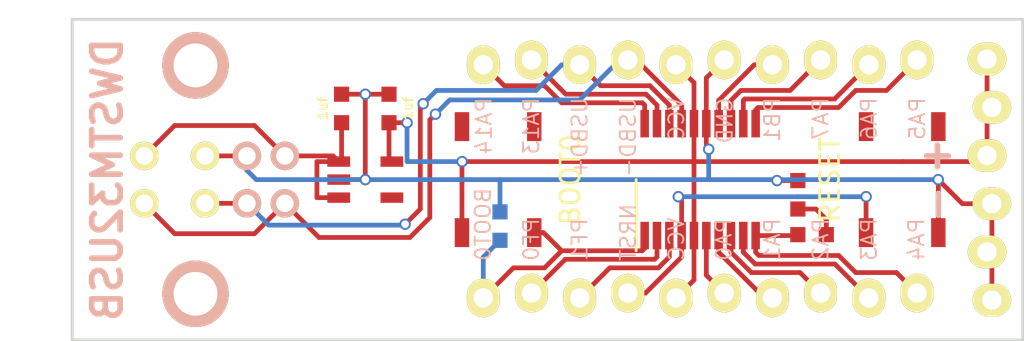
<source format=kicad_pcb>
(kicad_pcb (version 4) (host pcbnew 4.0.7-e2-6376~58~ubuntu16.04.1)

  (general
    (links 0)
    (no_connects 0)
    (area 163.944999 74.545 218.275001 93.075001)
    (thickness 1.6)
    (drawings 29)
    (tracks 177)
    (zones 0)
    (modules 14)
    (nets 1)
  )

  (page A4)
  (layers
    (0 F.Cu signal)
    (31 B.Cu signal)
    (32 B.Adhes user)
    (33 F.Adhes user)
    (34 B.Paste user)
    (35 F.Paste user)
    (36 B.SilkS user)
    (37 F.SilkS user)
    (38 B.Mask user)
    (39 F.Mask user)
    (40 Dwgs.User user)
    (41 Cmts.User user)
    (42 Eco1.User user)
    (43 Eco2.User user)
    (44 Edge.Cuts user)
    (45 Margin user)
    (46 B.CrtYd user)
    (47 F.CrtYd user)
    (48 B.Fab user)
    (49 F.Fab user)
  )

  (setup
    (last_trace_width 0.25)
    (trace_clearance 0.2)
    (zone_clearance 0.508)
    (zone_45_only no)
    (trace_min 0.2)
    (segment_width 0.2)
    (edge_width 0.15)
    (via_size 0.6)
    (via_drill 0.4)
    (via_min_size 0.4)
    (via_min_drill 0.3)
    (uvia_size 0.3)
    (uvia_drill 0.1)
    (uvias_allowed no)
    (uvia_min_size 0.2)
    (uvia_min_drill 0.1)
    (pcb_text_width 0.3)
    (pcb_text_size 1.5 1.5)
    (mod_edge_width 0.15)
    (mod_text_size 1 1)
    (mod_text_width 0.15)
    (pad_size 1.45 0.45)
    (pad_drill 0)
    (pad_to_mask_clearance 0.2)
    (aux_axis_origin 0 0)
    (visible_elements FFFFFF7F)
    (pcbplotparams
      (layerselection 0x00030_80000001)
      (usegerberextensions false)
      (excludeedgelayer true)
      (linewidth 0.150000)
      (plotframeref false)
      (viasonmask false)
      (mode 1)
      (useauxorigin false)
      (hpglpennumber 1)
      (hpglpenspeed 20)
      (hpglpendiameter 15)
      (hpglpenoverlay 2)
      (psnegative false)
      (psa4output false)
      (plotreference true)
      (plotvalue true)
      (plotinvisibletext false)
      (padsonsilk false)
      (subtractmaskfromsilk false)
      (outputformat 1)
      (mirror false)
      (drillshape 1)
      (scaleselection 1)
      (outputdirectory ""))
  )

  (net 0 "")

  (net_class Default "This is the default net class."
    (clearance 0.2)
    (trace_width 0.25)
    (via_dia 0.6)
    (via_drill 0.4)
    (uvia_dia 0.3)
    (uvia_drill 0.1)
  )

  (module 00my_modules:Wurth_61400413321_usb (layer F.Cu) (tedit 0) (tstamp 5B40293C)
    (at 174.45 84.55 90)
    (descr Wurth_61400413321)
    (tags usb)
    (fp_text reference "" (at 0 -1 90) (layer F.SilkS)
      (effects (font (size 0.5 0.5) (thickness 0.01)))
    )
    (fp_text value "" (at 0 1 90) (layer F.Fab)
      (effects (font (size 0.5 0.5) (thickness 0.01)))
    )
    (fp_text user USB (at 0 -0.9 90) (layer F.Fab)
      (effects (font (size 1 1) (thickness 0.15)))
    )
    (fp_line (start -6.1 4.72) (end -6.1 -6.48) (layer F.CrtYd) (width 0.05))
    (fp_line (start 6.1 4.72) (end 6.1 -6.48) (layer F.CrtYd) (width 0.05))
    (fp_line (start -6.1 -6.48) (end 6.1 -6.48) (layer F.CrtYd) (width 0.05))
    (fp_line (start -6.1 4.72) (end 6.1 4.72) (layer F.CrtYd) (width 0.05))
    (pad V thru_hole circle (at 1.25 -2.7 90) (size 1.5 1.5) (drill 0.92) (layers *.Cu *.Mask F.SilkS))
    (pad - thru_hole circle (at -1.25 -2.7 90) (size 1.5 1.5) (drill 0.92) (layers *.Cu *.Mask F.SilkS))
    (pad + thru_hole circle (at -1.25 0.5 90) (size 1.5 1.5) (drill 0.92) (layers *.Cu *.Mask F.SilkS))
    (pad G thru_hole circle (at 1.25 0.5 90) (size 1.5 1.5) (drill 0.92) (layers *.Cu *.Mask F.SilkS))
    (pad X thru_hole circle (at 6.02 0 90) (size 3.5 3.5) (drill 2.3) (layers *.Cu *.Mask F.SilkS))
    (pad X thru_hole circle (at -6.02 0 90) (size 3.5 3.5) (drill 2.3) (layers *.Cu *.Mask F.SilkS))
  )

  (module 00my_modules:UE27-BC54-130 (layer B.Cu) (tedit 0) (tstamp 5B402968)
    (at 174.45 84.55 90)
    (descr UE27-BC54-130)
    (tags usb)
    (fp_text reference "" (at 0 1 90) (layer B.SilkS)
      (effects (font (size 0.5 0.5) (thickness 0.01)) (justify mirror))
    )
    (fp_text value "" (at 0 -1 90) (layer B.Fab)
      (effects (font (size 0.5 0.5) (thickness 0.01)) (justify mirror))
    )
    (fp_text user USB (at 0 0 90) (layer B.Fab)
      (effects (font (size 1 1) (thickness 0.15)) (justify mirror))
    )
    (fp_line (start -6.02 -10.28) (end -6.02 6.22) (layer B.CrtYd) (width 0.05))
    (fp_line (start 6.02 -10.28) (end 6.02 6.22) (layer B.CrtYd) (width 0.05))
    (fp_line (start -6.02 6.22) (end 6.02 6.22) (layer B.CrtYd) (width 0.05))
    (fp_line (start -6.02 -10.28) (end 6.02 -10.28) (layer B.CrtYd) (width 0.05))
    (pad V thru_hole circle (at 1.25 4.71 90) (size 1.5 1.5) (drill 0.92) (layers *.Cu *.Mask B.SilkS))
    (pad - thru_hole circle (at -1.25 4.71 90) (size 1.5 1.5) (drill 0.92) (layers *.Cu *.Mask B.SilkS))
    (pad + thru_hole circle (at -1.25 2.71 90) (size 1.5 1.5) (drill 0.92) (layers *.Cu *.Mask B.SilkS))
    (pad G thru_hole circle (at 1.25 2.71 90) (size 1.5 1.5) (drill 0.92) (layers *.Cu *.Mask B.SilkS))
    (pad X thru_hole circle (at 6.02 0 90) (size 3.5 3.5) (drill 2.3) (layers *.Cu *.Mask B.SilkS))
    (pad X thru_hole circle (at -6.02 0 90) (size 3.5 3.5) (drill 2.3) (layers *.Cu *.Mask B.SilkS))
  )

  (module 00my_modules:AP2112 (layer F.Cu) (tedit 58CE4E80) (tstamp 5B402CF7)
    (at 183.4 84.55)
    (descr SOT25)
    (tags SOT25)
    (attr smd)
    (fp_text reference "" (at 0 -2.5) (layer F.SilkS)
      (effects (font (size 1 1) (thickness 0.15)))
    )
    (fp_text value "" (at 0 2.05) (layer F.Fab)
      (effects (font (size 0.5 0.5) (thickness 0.01)))
    )
    (fp_text user SOT25 (at 0 0 90) (layer F.Fab)
      (effects (font (size 0.5 0.5) (thickness 0.01)))
    )
    (fp_line (start -0.8 -1.5) (end 0.8 -1.5) (layer F.Fab) (width 0.01))
    (fp_line (start -0.8 1.5) (end 0.8 1.5) (layer F.Fab) (width 0.01))
    (fp_line (start -0.8 -1.5) (end -0.8 1.5) (layer F.Fab) (width 0.01))
    (fp_line (start 0.8 -1.5) (end 0.8 1.5) (layer F.Fab) (width 0.01))
    (fp_line (start -0.8 -1.5) (end -0.8 1.5) (layer F.Fab) (width 0.01))
    (fp_line (start 0.8 -1.5) (end 0.8 1.5) (layer F.Fab) (width 0.01))
    (fp_line (start -2.3 -1.7) (end 2.3 -1.7) (layer F.CrtYd) (width 0.01))
    (fp_line (start -2.3 -1.7) (end -2.3 1.7) (layer F.CrtYd) (width 0.01))
    (fp_line (start 2.3 1.7) (end 2.3 -1.7) (layer F.CrtYd) (width 0.01))
    (fp_line (start 2.3 1.7) (end -2.3 1.7) (layer F.CrtYd) (width 0.01))
    (pad VIN smd rect (at -1.4 -0.95) (size 1.2 0.55) (layers F.Cu F.Paste F.Mask))
    (pad GND smd rect (at -1.4 0) (size 1.2 0.55) (layers F.Cu F.Paste F.Mask))
    (pad EN smd rect (at -1.4 0.95) (size 1.2 0.55) (layers F.Cu F.Paste F.Mask))
    (pad NC smd rect (at 1.4 0.95) (size 1.2 0.55) (layers F.Cu F.Paste F.Mask))
    (pad VOUT smd rect (at 1.4 -0.95) (size 1.2 0.55) (layers F.Cu F.Paste F.Mask))
  )

  (module 00my_modules:R_0603 (layer F.Cu) (tedit 5B402951) (tstamp 5B402FEE)
    (at 182.15 80.8 90)
    (descr R0603)
    (tags "resistor capacitor led 0603")
    (attr smd)
    (fp_text reference 1uf (at 0 -1 90) (layer F.SilkS)
      (effects (font (size 0.5 0.5) (thickness 0.1)))
    )
    (fp_text value C (at 0 0 90) (layer F.Fab)
      (effects (font (size 0.5 0.5) (thickness 0.01)))
    )
    (fp_line (start -1.2 -0.45) (end 1.2 -0.45) (layer F.CrtYd) (width 0.01))
    (fp_line (start -1.2 0.45) (end 1.2 0.45) (layer F.CrtYd) (width 0.01))
    (fp_line (start -1.2 -0.45) (end -1.2 0.45) (layer F.CrtYd) (width 0.01))
    (fp_line (start 1.2 -0.45) (end 1.2 0.45) (layer F.CrtYd) (width 0.01))
    (pad 1 smd rect (at -0.75 0 90) (size 0.8 0.8) (layers F.Cu F.Paste F.Mask))
    (pad 2 smd rect (at 0.75 0 90) (size 0.8 0.8) (layers F.Cu F.Paste F.Mask))
  )

  (module 00my_modules:R_0603 (layer F.Cu) (tedit 5B4029E7) (tstamp 5B403003)
    (at 184.65 80.8 90)
    (descr R0603)
    (tags "resistor capacitor led 0603")
    (attr smd)
    (fp_text reference 1uf (at 0 1 90) (layer F.SilkS)
      (effects (font (size 0.5 0.5) (thickness 0.1)))
    )
    (fp_text value C (at 0 0 90) (layer F.Fab)
      (effects (font (size 0.5 0.5) (thickness 0.01)))
    )
    (fp_line (start -1.2 -0.45) (end 1.2 -0.45) (layer F.CrtYd) (width 0.01))
    (fp_line (start -1.2 0.45) (end 1.2 0.45) (layer F.CrtYd) (width 0.01))
    (fp_line (start -1.2 -0.45) (end -1.2 0.45) (layer F.CrtYd) (width 0.01))
    (fp_line (start 1.2 -0.45) (end 1.2 0.45) (layer F.CrtYd) (width 0.01))
    (pad 1 smd rect (at -0.75 0 90) (size 0.8 0.8) (layers F.Cu F.Paste F.Mask))
    (pad 2 smd rect (at 0.75 0 90) (size 0.8 0.8) (layers F.Cu F.Paste F.Mask))
  )

  (module 00my_modules:BUTTON4_SMD (layer F.Cu) (tedit 5B403698) (tstamp 5B40336A)
    (at 190.4 84.55 270)
    (descr button4_smd)
    (tags "SPST button tactile switch")
    (fp_text reference BOOT0 (at 0 -3.81 270) (layer F.SilkS)
      (effects (font (size 1 1) (thickness 0.15)))
    )
    (fp_text value "" (at 0 3.81 270) (layer F.Fab)
      (effects (font (size 1 1) (thickness 0.15)))
    )
    (fp_line (start -1.54 -2.54) (end -2.54 -1.54) (layer F.Fab) (width 0.2032))
    (fp_line (start -2.54 -1.24) (end -2.54 1.27) (layer F.Fab) (width 0.2032))
    (fp_line (start -2.54 1.54) (end -1.54 2.54) (layer F.Fab) (width 0.2032))
    (fp_line (start -1.54 2.54) (end 1.54 2.54) (layer F.Fab) (width 0.2032))
    (fp_line (start 1.54 2.54) (end 2.54 1.54) (layer F.Fab) (width 0.2032))
    (fp_line (start 2.54 1.24) (end 2.54 -1.24) (layer F.Fab) (width 0.2032))
    (fp_line (start 2.54 -1.54) (end 1.54 -2.54) (layer F.Fab) (width 0.2032))
    (fp_line (start 1.54 -2.54) (end -1.54 -2.54) (layer F.Fab) (width 0.2032))
    (fp_line (start 1.905 1.27) (end 1.905 0.445) (layer F.Fab) (width 0.127))
    (fp_line (start 1.905 0.445) (end 2.16 -0.01) (layer F.Fab) (width 0.127))
    (fp_line (start 1.905 -0.23) (end 1.905 -1.115) (layer F.Fab) (width 0.127))
    (fp_circle (center 0 0) (end 0 1.27) (layer F.Fab) (width 0.2032))
    (pad 1 smd rect (at -2.794 1.905 270) (size 1.524 0.762) (layers F.Cu F.Paste F.Mask))
    (pad 2 smd rect (at 2.794 1.905 270) (size 1.524 0.762) (layers F.Cu F.Paste F.Mask))
    (pad 3 smd rect (at -2.794 -1.905 270) (size 1.524 0.762) (layers F.Cu F.Paste F.Mask))
    (pad 4 smd rect (at 2.794 -1.905 270) (size 1.524 0.762) (layers F.Cu F.Paste F.Mask))
  )

  (module 00my_modules:STM32 (layer F.Cu) (tedit 5B403F48) (tstamp 5B4032BE)
    (at 201.05 84.55 90)
    (descr STM32)
    (tags STM32)
    (attr smd)
    (fp_text reference "" (at 0 -4.3 90) (layer F.SilkS)
      (effects (font (size 1 1) (thickness 0.15)))
    )
    (fp_text value "" (at -1.5 -3 90) (layer F.Fab)
      (effects (font (size 0.5 0.5) (thickness 0.01)))
    )
    (fp_text user STM32 (at 0 0 180) (layer F.Fab)
      (effects (font (size 0.8 0.8) (thickness 0.1)))
    )
    (fp_line (start -3.95 -3.55) (end -3.95 3.55) (layer F.CrtYd) (width 0.05))
    (fp_line (start 3.95 -3.55) (end 3.95 3.55) (layer F.CrtYd) (width 0.05))
    (fp_line (start -3.95 -3.55) (end 3.95 -3.55) (layer F.CrtYd) (width 0.05))
    (fp_line (start -3.95 3.55) (end 3.95 3.55) (layer F.CrtYd) (width 0.05))
    (fp_line (start -3.75 -3.375) (end 0 -3.375) (layer F.SilkS) (width 0.15))
    (fp_line (start -2.2 -3.25) (end 2.2 -3.25) (layer F.Fab) (width 0.01))
    (fp_line (start -2.2 3.25) (end 2.2 3.25) (layer F.Fab) (width 0.01))
    (fp_line (start -2.2 -3.25) (end -2.2 3.25) (layer F.Fab) (width 0.01))
    (fp_line (start 2.2 -3.25) (end 2.2 3.25) (layer F.Fab) (width 0.01))
    (pad BOOT smd rect (at -2.95 -2.925 90) (size 1.45 0.45) (layers F.Cu F.Paste F.Mask))
    (pad PF0 smd rect (at -2.95 -2.275 90) (size 1.45 0.45) (layers F.Cu F.Paste F.Mask))
    (pad PF1 smd rect (at -2.95 -1.625 90) (size 1.45 0.45) (layers F.Cu F.Paste F.Mask))
    (pad NRST smd rect (at -2.95 -0.975 90) (size 1.45 0.45) (layers F.Cu F.Paste F.Mask))
    (pad VCC smd rect (at -2.95 -0.325 90) (size 1.45 0.45) (layers F.Cu F.Paste F.Mask))
    (pad PA0 smd rect (at -2.95 0.325 90) (size 1.45 0.45) (layers F.Cu F.Paste F.Mask))
    (pad PA1 smd rect (at -2.95 0.975 90) (size 1.45 0.45) (layers F.Cu F.Paste F.Mask))
    (pad PA2 smd rect (at -2.95 1.625 90) (size 1.45 0.45) (layers F.Cu F.Paste F.Mask))
    (pad PA3 smd rect (at -2.95 2.275 90) (size 1.45 0.45) (layers F.Cu F.Paste F.Mask))
    (pad PA4 smd rect (at -2.95 2.925 90) (size 1.45 0.45) (layers F.Cu F.Paste F.Mask))
    (pad PA5 smd rect (at 2.95 2.925 90) (size 1.45 0.45) (layers F.Cu F.Paste F.Mask))
    (pad PA6 smd rect (at 2.95 2.275 90) (size 1.45 0.45) (layers F.Cu F.Paste F.Mask))
    (pad PA7 smd rect (at 2.95 1.625 90) (size 1.45 0.45) (layers F.Cu F.Paste F.Mask))
    (pad PB1 smd rect (at 2.95 0.975 90) (size 1.45 0.45) (layers F.Cu F.Paste F.Mask))
    (pad GND smd rect (at 2.95 0.325 90) (size 1.45 0.45) (layers F.Cu F.Paste F.Mask))
    (pad VCC smd rect (at 2.95 -0.325 90) (size 1.45 0.45) (layers F.Cu F.Paste F.Mask))
    (pad TX smd rect (at 2.95 -0.975 90) (size 1.45 0.45) (layers F.Cu F.Paste F.Mask))
    (pad RX smd rect (at 2.95 -1.625 90) (size 1.45 0.45) (layers F.Cu F.Paste F.Mask))
    (pad DIO smd rect (at 2.95 -2.275 90) (size 1.45 0.45) (layers F.Cu F.Paste F.Mask))
    (pad CLK smd rect (at 2.95 -2.925 90) (size 1.45 0.45) (layers F.Cu F.Paste F.Mask))
  )

  (module 00my_modules:BUTTON4_SMD (layer F.Cu) (tedit 5B4036A6) (tstamp 5B4035D1)
    (at 211.7 84.55 90)
    (descr button4_smd)
    (tags "SPST button tactile switch")
    (fp_text reference RESET (at 0 -3.81 90) (layer F.SilkS)
      (effects (font (size 1 1) (thickness 0.15)))
    )
    (fp_text value "" (at 0 3.81 90) (layer F.Fab)
      (effects (font (size 1 1) (thickness 0.15)))
    )
    (fp_line (start -1.54 -2.54) (end -2.54 -1.54) (layer F.Fab) (width 0.2032))
    (fp_line (start -2.54 -1.24) (end -2.54 1.27) (layer F.Fab) (width 0.2032))
    (fp_line (start -2.54 1.54) (end -1.54 2.54) (layer F.Fab) (width 0.2032))
    (fp_line (start -1.54 2.54) (end 1.54 2.54) (layer F.Fab) (width 0.2032))
    (fp_line (start 1.54 2.54) (end 2.54 1.54) (layer F.Fab) (width 0.2032))
    (fp_line (start 2.54 1.24) (end 2.54 -1.24) (layer F.Fab) (width 0.2032))
    (fp_line (start 2.54 -1.54) (end 1.54 -2.54) (layer F.Fab) (width 0.2032))
    (fp_line (start 1.54 -2.54) (end -1.54 -2.54) (layer F.Fab) (width 0.2032))
    (fp_line (start 1.905 1.27) (end 1.905 0.445) (layer F.Fab) (width 0.127))
    (fp_line (start 1.905 0.445) (end 2.16 -0.01) (layer F.Fab) (width 0.127))
    (fp_line (start 1.905 -0.23) (end 1.905 -1.115) (layer F.Fab) (width 0.127))
    (fp_circle (center 0 0) (end 0 1.27) (layer F.Fab) (width 0.2032))
    (pad 1 smd rect (at -2.794 1.905 90) (size 1.524 0.762) (layers F.Cu F.Paste F.Mask))
    (pad 2 smd rect (at 2.794 1.905 90) (size 1.524 0.762) (layers F.Cu F.Paste F.Mask))
    (pad 3 smd rect (at -2.794 -1.905 90) (size 1.524 0.762) (layers F.Cu F.Paste F.Mask))
    (pad 4 smd rect (at 2.794 -1.905 90) (size 1.524 0.762) (layers F.Cu F.Paste F.Mask))
  )

  (module 00my_modules:Pin_Header_Wiggle_1x10 (layer F.Cu) (tedit 0) (tstamp 5B403BD8)
    (at 189.62 78.37 90)
    (descr "Through hole pin header")
    (tags "pin header")
    (fp_text reference "" (at 0 -2.4 90) (layer F.SilkS)
      (effects (font (size 0.5 0.5) (thickness 0.01)))
    )
    (fp_text value "" (at 0 -3.1 90) (layer F.Fab)
      (effects (font (size 0.5 0.5) (thickness 0.01)))
    )
    (fp_line (start -1.75 -1.75) (end -1.75 24.61) (layer F.CrtYd) (width 0.05))
    (fp_line (start 1.75 -1.75) (end 1.75 24.61) (layer F.CrtYd) (width 0.05))
    (fp_line (start -1.75 -1.75) (end 1.75 -1.75) (layer F.CrtYd) (width 0.05))
    (fp_line (start -1.75 24.61) (end 1.75 24.61) (layer F.CrtYd) (width 0.05))
    (pad 1 thru_hole oval (at -0.127 0 90) (size 2.032 1.7272) (drill 1.016) (layers *.Cu *.Mask F.SilkS))
    (pad 2 thru_hole oval (at 0.127 2.54 90) (size 2.032 1.7272) (drill 1.016) (layers *.Cu *.Mask F.SilkS))
    (pad 3 thru_hole oval (at -0.127 5.08 90) (size 2.032 1.7272) (drill 1.016) (layers *.Cu *.Mask F.SilkS))
    (pad 4 thru_hole oval (at 0.127 7.62 90) (size 2.032 1.7272) (drill 1.016) (layers *.Cu *.Mask F.SilkS))
    (pad 5 thru_hole oval (at -0.127 10.16 90) (size 2.032 1.7272) (drill 1.016) (layers *.Cu *.Mask F.SilkS))
    (pad 6 thru_hole oval (at 0.127 12.7 90) (size 2.032 1.7272) (drill 1.016) (layers *.Cu *.Mask F.SilkS))
    (pad 7 thru_hole oval (at -0.127 15.24 90) (size 2.032 1.7272) (drill 1.016) (layers *.Cu *.Mask F.SilkS))
    (pad 8 thru_hole oval (at 0.127 17.78 90) (size 2.032 1.7272) (drill 1.016) (layers *.Cu *.Mask F.SilkS))
    (pad 9 thru_hole oval (at -0.127 20.32 90) (size 2.032 1.7272) (drill 1.016) (layers *.Cu *.Mask F.SilkS))
    (pad 10 thru_hole oval (at 0.127 22.86 90) (size 2.032 1.7272) (drill 1.016) (layers *.Cu *.Mask F.SilkS))
  )

  (module 00my_modules:Pin_Header_Wiggle_1x10 (layer F.Cu) (tedit 0) (tstamp 5B403C43)
    (at 189.62 90.66 90)
    (descr "Through hole pin header")
    (tags "pin header")
    (fp_text reference "" (at 0 -2.4 90) (layer F.SilkS)
      (effects (font (size 0.5 0.5) (thickness 0.01)))
    )
    (fp_text value "" (at 0 -3.1 90) (layer F.Fab)
      (effects (font (size 0.5 0.5) (thickness 0.01)))
    )
    (fp_line (start -1.75 -1.75) (end -1.75 24.61) (layer F.CrtYd) (width 0.05))
    (fp_line (start 1.75 -1.75) (end 1.75 24.61) (layer F.CrtYd) (width 0.05))
    (fp_line (start -1.75 -1.75) (end 1.75 -1.75) (layer F.CrtYd) (width 0.05))
    (fp_line (start -1.75 24.61) (end 1.75 24.61) (layer F.CrtYd) (width 0.05))
    (pad 1 thru_hole oval (at -0.127 0 90) (size 2.032 1.7272) (drill 1.016) (layers *.Cu *.Mask F.SilkS))
    (pad 2 thru_hole oval (at 0.127 2.54 90) (size 2.032 1.7272) (drill 1.016) (layers *.Cu *.Mask F.SilkS))
    (pad 3 thru_hole oval (at -0.127 5.08 90) (size 2.032 1.7272) (drill 1.016) (layers *.Cu *.Mask F.SilkS))
    (pad 4 thru_hole oval (at 0.127 7.62 90) (size 2.032 1.7272) (drill 1.016) (layers *.Cu *.Mask F.SilkS))
    (pad 5 thru_hole oval (at -0.127 10.16 90) (size 2.032 1.7272) (drill 1.016) (layers *.Cu *.Mask F.SilkS))
    (pad 6 thru_hole oval (at 0.127 12.7 90) (size 2.032 1.7272) (drill 1.016) (layers *.Cu *.Mask F.SilkS))
    (pad 7 thru_hole oval (at -0.127 15.24 90) (size 2.032 1.7272) (drill 1.016) (layers *.Cu *.Mask F.SilkS))
    (pad 8 thru_hole oval (at 0.127 17.78 90) (size 2.032 1.7272) (drill 1.016) (layers *.Cu *.Mask F.SilkS))
    (pad 9 thru_hole oval (at -0.127 20.32 90) (size 2.032 1.7272) (drill 1.016) (layers *.Cu *.Mask F.SilkS))
    (pad 10 thru_hole oval (at 0.127 22.86 90) (size 2.032 1.7272) (drill 1.016) (layers *.Cu *.Mask F.SilkS))
  )

  (module 00my_modules:R_0603 (layer B.Cu) (tedit 5415CC62) (tstamp 5B4040D0)
    (at 190.5 87 90)
    (descr R0603)
    (tags "resistor capacitor led 0603")
    (attr smd)
    (fp_text reference "" (at 0 0 90) (layer B.SilkS)
      (effects (font (size 0.5 0.5) (thickness 0.1)) (justify mirror))
    )
    (fp_text value R (at 0 0 90) (layer B.Fab)
      (effects (font (size 0.5 0.5) (thickness 0.01)) (justify mirror))
    )
    (fp_line (start -1.2 0.45) (end 1.2 0.45) (layer B.CrtYd) (width 0.01))
    (fp_line (start -1.2 -0.45) (end 1.2 -0.45) (layer B.CrtYd) (width 0.01))
    (fp_line (start -1.2 0.45) (end -1.2 -0.45) (layer B.CrtYd) (width 0.01))
    (fp_line (start 1.2 0.45) (end 1.2 -0.45) (layer B.CrtYd) (width 0.01))
    (pad 1 smd rect (at -0.75 0 90) (size 0.8 0.8) (layers B.Cu B.Paste B.Mask))
    (pad 2 smd rect (at 0.75 0 90) (size 0.8 0.8) (layers B.Cu B.Paste B.Mask))
  )

  (module 00my_modules:L_0603 (layer F.Cu) (tedit 5415CC62) (tstamp 5B404460)
    (at 206.95 87.45 180)
    (descr R0603)
    (tags "resistor capacitor led 0603")
    (attr smd)
    (fp_text reference "" (at 0 -0.6 180) (layer F.SilkS)
      (effects (font (size 0.1 0.1) (thickness 0.01)))
    )
    (fp_text value "" (at 0 0.6 180) (layer F.Fab)
      (effects (font (size 0.1 0.1) (thickness 0.01)))
    )
    (fp_line (start -1.2 -0.45) (end 1.2 -0.45) (layer F.CrtYd) (width 0.01))
    (fp_line (start -1.2 0.45) (end 1.2 0.45) (layer F.CrtYd) (width 0.01))
    (fp_line (start -1.2 -0.45) (end -1.2 0.45) (layer F.CrtYd) (width 0.01))
    (fp_line (start 1.2 -0.45) (end 1.2 0.45) (layer F.CrtYd) (width 0.01))
    (fp_line (start -0.1 0) (end 0.1 0.2) (layer F.CrtYd) (width 0.01))
    (fp_line (start -0.1 0) (end 0.1 -0.2) (layer F.CrtYd) (width 0.01))
    (fp_line (start -0.1 0.2) (end -0.1 -0.2) (layer F.CrtYd) (width 0.01))
    (fp_line (start 0.1 0.2) (end 0.1 -0.2) (layer F.CrtYd) (width 0.01))
    (pad 1 smd rect (at -0.75 0 180) (size 0.8 0.8) (layers F.Cu F.Paste F.Mask))
    (pad 2 smd rect (at 0.75 0 180) (size 0.8 0.8) (layers F.Cu F.Paste F.Mask))
  )

  (module 00my_modules:R_0603 (layer F.Cu) (tedit 5415CC62) (tstamp 5B404477)
    (at 206.2 85.35 270)
    (descr R0603)
    (tags "resistor capacitor led 0603")
    (attr smd)
    (fp_text reference "" (at 0 0 270) (layer F.SilkS)
      (effects (font (size 0.5 0.5) (thickness 0.1)))
    )
    (fp_text value R (at 0 0 270) (layer F.Fab)
      (effects (font (size 0.5 0.5) (thickness 0.01)))
    )
    (fp_line (start -1.2 -0.45) (end 1.2 -0.45) (layer F.CrtYd) (width 0.01))
    (fp_line (start -1.2 0.45) (end 1.2 0.45) (layer F.CrtYd) (width 0.01))
    (fp_line (start -1.2 -0.45) (end -1.2 0.45) (layer F.CrtYd) (width 0.01))
    (fp_line (start 1.2 -0.45) (end 1.2 0.45) (layer F.CrtYd) (width 0.01))
    (pad 1 smd rect (at -0.75 0 270) (size 0.8 0.8) (layers F.Cu F.Paste F.Mask))
    (pad 2 smd rect (at 0.75 0 270) (size 0.8 0.8) (layers F.Cu F.Paste F.Mask))
  )

  (module 00my_modules:Pin_Header_Wiggle_1x06 (layer F.Cu) (tedit 0) (tstamp 5B403B0E)
    (at 216.3 78.2)
    (descr "Through hole pin header")
    (tags "pin header")
    (fp_text reference "" (at 0 -2.4) (layer F.SilkS)
      (effects (font (size 0.5 0.5) (thickness 0.01)))
    )
    (fp_text value "" (at 0 -3.1) (layer F.Fab)
      (effects (font (size 0.5 0.5) (thickness 0.01)))
    )
    (fp_line (start -1.75 -1.75) (end -1.75 14.45) (layer F.CrtYd) (width 0.05))
    (fp_line (start 1.75 -1.75) (end 1.75 14.45) (layer F.CrtYd) (width 0.05))
    (fp_line (start -1.75 -1.75) (end 1.75 -1.75) (layer F.CrtYd) (width 0.05))
    (fp_line (start -1.75 14.45) (end 1.75 14.45) (layer F.CrtYd) (width 0.05))
    (pad 1 thru_hole oval (at -0.127 0) (size 2.032 1.7272) (drill 1.016) (layers *.Cu *.Mask F.SilkS))
    (pad 2 thru_hole oval (at 0.127 2.54) (size 2.032 1.7272) (drill 1.016) (layers *.Cu *.Mask F.SilkS))
    (pad 3 thru_hole oval (at -0.127 5.08) (size 2.032 1.7272) (drill 1.016) (layers *.Cu *.Mask F.SilkS))
    (pad 4 thru_hole oval (at 0.127 7.62) (size 2.032 1.7272) (drill 1.016) (layers *.Cu *.Mask F.SilkS))
    (pad 5 thru_hole oval (at -0.127 10.16) (size 2.032 1.7272) (drill 1.016) (layers *.Cu *.Mask F.SilkS))
    (pad 6 thru_hole oval (at 0.127 12.7) (size 2.032 1.7272) (drill 1.016) (layers *.Cu *.Mask F.SilkS))
  )

  (gr_text DWSTM32USB (at 169.8 84.55 90) (layer B.SilkS)
    (effects (font (size 1.5 1.5) (thickness 0.3)) (justify mirror))
  )
  (gr_text + (at 213.45 83.3 90) (layer B.SilkS)
    (effects (font (size 1.5 1.5) (thickness 0.3)) (justify mirror))
  )
  (gr_text - (at 213.5 85.85 90) (layer B.SilkS)
    (effects (font (size 1.5 1.5) (thickness 0.3)) (justify mirror))
  )
  (gr_text PA4 (at 212.45 88.9 90) (layer B.SilkS)
    (effects (font (size 0.8 0.8) (thickness 0.1)) (justify right mirror))
  )
  (gr_text PA3 (at 209.95 88.9 90) (layer B.SilkS)
    (effects (font (size 0.8 0.8) (thickness 0.1)) (justify right mirror))
  )
  (gr_text PA2 (at 207.4 88.9 90) (layer B.SilkS)
    (effects (font (size 0.8 0.8) (thickness 0.1)) (justify right mirror))
  )
  (gr_text PA1 (at 204.85 88.9 90) (layer B.SilkS)
    (effects (font (size 0.8 0.8) (thickness 0.1)) (justify right mirror))
  )
  (gr_text PA0 (at 202.3 88.9 90) (layer B.SilkS)
    (effects (font (size 0.8 0.8) (thickness 0.1)) (justify right mirror))
  )
  (gr_text VCC (at 199.8 88.9 90) (layer B.SilkS)
    (effects (font (size 0.8 0.8) (thickness 0.1)) (justify right mirror))
  )
  (gr_text NRST (at 197.25 88.9 90) (layer B.SilkS)
    (effects (font (size 0.8 0.8) (thickness 0.1)) (justify right mirror))
  )
  (gr_text PF1 (at 194.7 88.9 90) (layer B.SilkS)
    (effects (font (size 0.8 0.8) (thickness 0.1)) (justify right mirror))
  )
  (gr_text PF0 (at 192.15 88.9 90) (layer B.SilkS)
    (effects (font (size 0.8 0.8) (thickness 0.1)) (justify right mirror))
  )
  (gr_text BOOT0 (at 189.6 88.9 90) (layer B.SilkS)
    (effects (font (size 0.8 0.8) (thickness 0.1)) (justify right mirror))
  )
  (gr_text PA5 (at 212.5 80.15 90) (layer B.SilkS)
    (effects (font (size 0.8 0.8) (thickness 0.1)) (justify left mirror))
  )
  (gr_text PA6 (at 209.95 80.15 90) (layer B.SilkS)
    (effects (font (size 0.8 0.8) (thickness 0.1)) (justify left mirror))
  )
  (gr_text PA7 (at 207.4 80.15 90) (layer B.SilkS)
    (effects (font (size 0.8 0.8) (thickness 0.1)) (justify left mirror))
  )
  (gr_text PB1 (at 204.85 80.15 90) (layer B.SilkS)
    (effects (font (size 0.8 0.8) (thickness 0.1)) (justify left mirror))
  )
  (gr_text GND (at 202.35 80.15 90) (layer B.SilkS)
    (effects (font (size 0.8 0.8) (thickness 0.1)) (justify left mirror))
  )
  (gr_text VCC (at 199.8 80.15 90) (layer B.SilkS)
    (effects (font (size 0.8 0.8) (thickness 0.1)) (justify left mirror))
  )
  (gr_text USBD- (at 197.25 80.15 90) (layer B.SilkS)
    (effects (font (size 0.8 0.8) (thickness 0.1)) (justify left mirror))
  )
  (gr_text USBD+ (at 194.7 80.15 90) (layer B.SilkS)
    (effects (font (size 0.8 0.8) (thickness 0.1)) (justify left mirror))
  )
  (gr_text PA13 (at 192.15 80.15 90) (layer B.SilkS)
    (effects (font (size 0.8 0.8) (thickness 0.1)) (justify left mirror))
  )
  (gr_text PA14 (at 189.65 80.15 90) (layer B.SilkS)
    (effects (font (size 0.8 0.8) (thickness 0.1)) (justify left mirror))
  )
  (gr_line (start 218.05 93) (end 218.05 76.1) (angle 90) (layer Edge.Cuts) (width 0.15))
  (gr_line (start 174.45 93) (end 218.05 93) (angle 90) (layer Edge.Cuts) (width 0.15))
  (gr_line (start 174.45 76.1) (end 218.05 76.1) (angle 90) (layer Edge.Cuts) (width 0.15))
  (gr_line (start 167.95 93) (end 167.95 76.1) (angle 90) (layer Edge.Cuts) (width 0.15))
  (gr_line (start 174.45 93) (end 167.95 93) (angle 90) (layer Edge.Cuts) (width 0.15))
  (gr_line (start 174.45 76.1) (end 167.95 76.1) (angle 90) (layer Edge.Cuts) (width 0.15))

  (segment (start 206.2 84.6) (end 205.1 84.6) (width 0.25) (layer F.Cu) (net 0))
  (segment (start 205.1 84.6) (end 205.1 84.55) (width 0.25) (layer B.Cu) (net 0) (tstamp 5B404EA7))
  (via (at 205.1 84.6) (size 0.6) (drill 0.4) (layers F.Cu B.Cu) (net 0))
  (segment (start 206.2 86.1) (end 207.15 86.1) (width 0.25) (layer F.Cu) (net 0))
  (segment (start 207.7 86.65) (end 207.7 87.45) (width 0.25) (layer F.Cu) (net 0) (tstamp 5B404E9A))
  (segment (start 207.15 86.1) (end 207.7 86.65) (width 0.25) (layer F.Cu) (net 0) (tstamp 5B404E99))
  (segment (start 211.75 83.6) (end 215.853 83.6) (width 0.25) (layer F.Cu) (net 0))
  (segment (start 215.853 83.6) (end 216.173 83.28) (width 0.25) (layer F.Cu) (net 0) (tstamp 5B403B32))
  (segment (start 216.427 85.82) (end 214.87 85.82) (width 0.25) (layer F.Cu) (net 0))
  (segment (start 214.87 85.82) (end 213.6 84.55) (width 0.25) (layer F.Cu) (net 0) (tstamp 5B403B2F))
  (segment (start 216.427 85.82) (end 216.427 90.9) (width 0.25) (layer F.Cu) (net 0))
  (segment (start 216.173 78.2) (end 216.173 83.28) (width 0.25) (layer F.Cu) (net 0))
  (segment (start 203.975 87.5) (end 206.15 87.5) (width 0.25) (layer F.Cu) (net 0))
  (segment (start 206.15 87.5) (end 206.2 87.45) (width 0.25) (layer F.Cu) (net 0) (tstamp 5B40448C))
  (segment (start 197.24 78.243) (end 196.807 78.243) (width 0.25) (layer B.Cu) (net 0))
  (segment (start 196.807 78.243) (end 194.7 80.35) (width 0.25) (layer B.Cu) (net 0) (tstamp 5B404134))
  (segment (start 180.96 87.6) (end 179.16 85.8) (width 0.25) (layer F.Cu) (net 0) (tstamp 5B40413F))
  (segment (start 185.75 87.6) (end 180.96 87.6) (width 0.25) (layer F.Cu) (net 0) (tstamp 5B40413D))
  (segment (start 186.8 86.55) (end 185.75 87.6) (width 0.25) (layer F.Cu) (net 0) (tstamp 5B40413B))
  (segment (start 186.8 81.4) (end 186.8 86.55) (width 0.25) (layer F.Cu) (net 0) (tstamp 5B40413A))
  (segment (start 187.1 81.1) (end 186.8 81.4) (width 0.25) (layer F.Cu) (net 0) (tstamp 5B404139))
  (via (at 187.1 81.1) (size 0.6) (drill 0.4) (layers F.Cu B.Cu) (net 0))
  (segment (start 187.85 80.35) (end 187.1 81.1) (width 0.25) (layer B.Cu) (net 0) (tstamp 5B404137))
  (segment (start 194.7 80.35) (end 187.85 80.35) (width 0.25) (layer B.Cu) (net 0) (tstamp 5B404135))
  (segment (start 194.7 78.497) (end 193.753 78.497) (width 0.25) (layer B.Cu) (net 0))
  (segment (start 178.31 86.95) (end 177.16 85.8) (width 0.25) (layer B.Cu) (net 0) (tstamp 5B404131))
  (segment (start 185.45 86.95) (end 178.31 86.95) (width 0.25) (layer B.Cu) (net 0) (tstamp 5B404130))
  (segment (start 185.5 86.9) (end 185.45 86.95) (width 0.25) (layer B.Cu) (net 0) (tstamp 5B40412F))
  (via (at 185.5 86.9) (size 0.6) (drill 0.4) (layers F.Cu B.Cu) (net 0))
  (segment (start 186.3 86.1) (end 185.5 86.9) (width 0.25) (layer F.Cu) (net 0) (tstamp 5B40412D))
  (segment (start 186.3 80.7) (end 186.3 86.1) (width 0.25) (layer F.Cu) (net 0) (tstamp 5B40412C))
  (segment (start 186.45 80.55) (end 186.3 80.7) (width 0.25) (layer F.Cu) (net 0) (tstamp 5B40412B))
  (via (at 186.45 80.55) (size 0.6) (drill 0.4) (layers F.Cu B.Cu) (net 0))
  (segment (start 187.15 79.85) (end 186.45 80.55) (width 0.25) (layer B.Cu) (net 0) (tstamp 5B404128))
  (segment (start 192.4 79.85) (end 187.15 79.85) (width 0.25) (layer B.Cu) (net 0) (tstamp 5B404126))
  (segment (start 193.753 78.497) (end 192.4 79.85) (width 0.25) (layer B.Cu) (net 0) (tstamp 5B404125))
  (segment (start 184.65 81.55) (end 185.6 81.55) (width 0.25) (layer F.Cu) (net 0))
  (segment (start 188.495 83.605) (end 188.495 83.8) (width 0.25) (layer F.Cu) (net 0) (tstamp 5B40410E))
  (segment (start 188.5 83.6) (end 188.495 83.605) (width 0.25) (layer F.Cu) (net 0) (tstamp 5B40410D))
  (via (at 188.5 83.6) (size 0.6) (drill 0.4) (layers F.Cu B.Cu) (net 0))
  (segment (start 185.6 83.6) (end 188.5 83.6) (width 0.25) (layer B.Cu) (net 0) (tstamp 5B40410A))
  (segment (start 185.6 81.55) (end 185.6 83.6) (width 0.25) (layer B.Cu) (net 0) (tstamp 5B404109))
  (via (at 185.6 81.55) (size 0.6) (drill 0.4) (layers F.Cu B.Cu) (net 0))
  (segment (start 190.5 84.55) (end 201.45 84.55) (width 0.25) (layer B.Cu) (net 0) (tstamp 5B4040E8))
  (segment (start 188.495 87.344) (end 188.495 83.8) (width 0.25) (layer F.Cu) (net 0))
  (segment (start 188.495 83.8) (end 188.495 83.6) (width 0.25) (layer F.Cu) (net 0) (tstamp 5B404110))
  (segment (start 188.495 83.6) (end 200.7 83.6) (width 0.25) (layer F.Cu) (net 0) (tstamp 5B4040EC))
  (segment (start 190.5 86.25) (end 190.5 84.55) (width 0.25) (layer B.Cu) (net 0))
  (segment (start 189.62 90.787) (end 189.62 88.63) (width 0.25) (layer B.Cu) (net 0))
  (segment (start 189.62 88.63) (end 190.5 87.75) (width 0.25) (layer B.Cu) (net 0) (tstamp 5B4040E4))
  (segment (start 200.7 83.6) (end 211.75 83.6) (width 0.25) (layer F.Cu) (net 0))
  (segment (start 201.45 84.55) (end 205.1 84.55) (width 0.25) (layer B.Cu) (net 0))
  (segment (start 205.1 84.55) (end 213.6 84.55) (width 0.25) (layer B.Cu) (net 0) (tstamp 5B404EAA))
  (via (at 213.6 84.55) (size 0.6) (drill 0.4) (layers F.Cu B.Cu) (net 0))
  (segment (start 213.605 84.555) (end 213.605 87.344) (width 0.25) (layer F.Cu) (net 0) (tstamp 5B403DBD))
  (segment (start 213.6 84.55) (end 213.605 84.555) (width 0.25) (layer F.Cu) (net 0) (tstamp 5B403DBC))
  (segment (start 183.4 84.55) (end 190.5 84.55) (width 0.25) (layer B.Cu) (net 0))
  (segment (start 201.45 84.55) (end 201.5 84.55) (width 0.25) (layer B.Cu) (net 0) (tstamp 5B403DB8))
  (segment (start 201.375 82.825) (end 201.375 81.6) (width 0.25) (layer F.Cu) (net 0) (tstamp 5B403DB6))
  (segment (start 201.5 82.95) (end 201.375 82.825) (width 0.25) (layer F.Cu) (net 0) (tstamp 5B403DB5))
  (via (at 201.5 82.95) (size 0.6) (drill 0.4) (layers F.Cu B.Cu) (net 0))
  (segment (start 201.5 84.55) (end 201.5 82.95) (width 0.25) (layer B.Cu) (net 0) (tstamp 5B403DB2))
  (segment (start 200.075 87.5) (end 200.075 85.625) (width 0.25) (layer F.Cu) (net 0))
  (segment (start 209.795 85.455) (end 209.795 87.344) (width 0.25) (layer F.Cu) (net 0) (tstamp 5B403DAF))
  (segment (start 209.8 85.45) (end 209.795 85.455) (width 0.25) (layer F.Cu) (net 0) (tstamp 5B403DAE))
  (via (at 209.8 85.45) (size 0.6) (drill 0.4) (layers F.Cu B.Cu) (net 0))
  (segment (start 199.9 85.45) (end 206.2 85.45) (width 0.25) (layer B.Cu) (net 0) (tstamp 5B403DAB))
  (segment (start 206.2 85.45) (end 209.8 85.45) (width 0.25) (layer B.Cu) (net 0) (tstamp 5B404495))
  (via (at 199.9 85.45) (size 0.6) (drill 0.4) (layers F.Cu B.Cu) (net 0))
  (segment (start 200.075 85.625) (end 199.9 85.45) (width 0.25) (layer F.Cu) (net 0) (tstamp 5B403DA9))
  (segment (start 200.7 83.6) (end 200.725 83.6) (width 0.25) (layer F.Cu) (net 0) (tstamp 5B4040BF))
  (segment (start 192.305 87.344) (end 192.794 87.344) (width 0.25) (layer F.Cu) (net 0))
  (segment (start 192.794 87.344) (end 193.75 88.3) (width 0.25) (layer F.Cu) (net 0) (tstamp 5B403D9E))
  (segment (start 198.125 81.6) (end 198.125 80.625) (width 0.25) (layer F.Cu) (net 0))
  (segment (start 190.723 79.6) (end 189.62 78.497) (width 0.25) (layer F.Cu) (net 0) (tstamp 5B403D9B))
  (segment (start 192.85 79.6) (end 190.723 79.6) (width 0.25) (layer F.Cu) (net 0) (tstamp 5B403D9A))
  (segment (start 193.75 80.5) (end 192.85 79.6) (width 0.25) (layer F.Cu) (net 0) (tstamp 5B403D98))
  (segment (start 198 80.5) (end 193.75 80.5) (width 0.25) (layer F.Cu) (net 0) (tstamp 5B403D97))
  (segment (start 198.125 80.625) (end 198 80.5) (width 0.25) (layer F.Cu) (net 0) (tstamp 5B403D96))
  (segment (start 203.975 87.5) (end 203.975 88.375) (width 0.25) (layer F.Cu) (net 0))
  (segment (start 211.397 89.45) (end 212.48 90.533) (width 0.25) (layer F.Cu) (net 0) (tstamp 5B403D92))
  (segment (start 209.25 89.45) (end 211.397 89.45) (width 0.25) (layer F.Cu) (net 0) (tstamp 5B403D91))
  (segment (start 208.35 88.55) (end 209.25 89.45) (width 0.25) (layer F.Cu) (net 0) (tstamp 5B403D90))
  (segment (start 204.15 88.55) (end 208.35 88.55) (width 0.25) (layer F.Cu) (net 0) (tstamp 5B403D8F))
  (segment (start 203.975 88.375) (end 204.15 88.55) (width 0.25) (layer F.Cu) (net 0) (tstamp 5B403D8E))
  (segment (start 203.325 87.5) (end 203.325 88.375) (width 0.25) (layer F.Cu) (net 0))
  (segment (start 208.153 89) (end 209.94 90.787) (width 0.25) (layer F.Cu) (net 0) (tstamp 5B403D8B))
  (segment (start 203.95 89) (end 208.153 89) (width 0.25) (layer F.Cu) (net 0) (tstamp 5B403D8A))
  (segment (start 203.325 88.375) (end 203.95 89) (width 0.25) (layer F.Cu) (net 0) (tstamp 5B403D89))
  (segment (start 202.675 87.5) (end 202.675 88.375) (width 0.25) (layer F.Cu) (net 0))
  (segment (start 206.317 89.45) (end 207.4 90.533) (width 0.25) (layer F.Cu) (net 0) (tstamp 5B403D86))
  (segment (start 203.75 89.45) (end 206.317 89.45) (width 0.25) (layer F.Cu) (net 0) (tstamp 5B403D84))
  (segment (start 202.675 88.375) (end 203.75 89.45) (width 0.25) (layer F.Cu) (net 0) (tstamp 5B403D83))
  (segment (start 202.025 87.5) (end 202.025 88.375) (width 0.25) (layer F.Cu) (net 0))
  (segment (start 202.025 88.375) (end 204.437 90.787) (width 0.25) (layer F.Cu) (net 0) (tstamp 5B403D80))
  (segment (start 204.437 90.787) (end 204.86 90.787) (width 0.25) (layer F.Cu) (net 0) (tstamp 5B403D81))
  (segment (start 198.125 87.5) (end 198.125 88.175) (width 0.25) (layer F.Cu) (net 0))
  (segment (start 198.125 88.175) (end 198 88.3) (width 0.25) (layer F.Cu) (net 0) (tstamp 5B403D79))
  (segment (start 198 88.3) (end 193.75 88.3) (width 0.25) (layer F.Cu) (net 0) (tstamp 5B403D7A))
  (segment (start 193.75 88.3) (end 192.85 89.2) (width 0.25) (layer F.Cu) (net 0) (tstamp 5B403D7B))
  (segment (start 192.85 89.2) (end 191.207 89.2) (width 0.25) (layer F.Cu) (net 0) (tstamp 5B403D7C))
  (segment (start 191.207 89.2) (end 189.62 90.787) (width 0.25) (layer F.Cu) (net 0) (tstamp 5B403D7D))
  (segment (start 198.775 87.5) (end 198.775 88.625) (width 0.25) (layer F.Cu) (net 0))
  (segment (start 193.943 88.75) (end 192.16 90.533) (width 0.25) (layer F.Cu) (net 0) (tstamp 5B403D76))
  (segment (start 198.65 88.75) (end 193.943 88.75) (width 0.25) (layer F.Cu) (net 0) (tstamp 5B403D75))
  (segment (start 198.775 88.625) (end 198.65 88.75) (width 0.25) (layer F.Cu) (net 0) (tstamp 5B403D74))
  (segment (start 199.425 87.5) (end 199.425 88.625) (width 0.25) (layer F.Cu) (net 0))
  (segment (start 196.287 89.2) (end 194.7 90.787) (width 0.25) (layer F.Cu) (net 0) (tstamp 5B403D71))
  (segment (start 198.85 89.2) (end 196.287 89.2) (width 0.25) (layer F.Cu) (net 0) (tstamp 5B403D70))
  (segment (start 199.425 88.625) (end 198.85 89.2) (width 0.25) (layer F.Cu) (net 0) (tstamp 5B403D6F))
  (segment (start 200.075 87.5) (end 200.075 88.625) (width 0.25) (layer F.Cu) (net 0))
  (segment (start 198.167 90.533) (end 197.24 90.533) (width 0.25) (layer F.Cu) (net 0) (tstamp 5B403D6D))
  (segment (start 200.075 88.625) (end 198.167 90.533) (width 0.25) (layer F.Cu) (net 0) (tstamp 5B403D6B))
  (segment (start 201.375 87.5) (end 201.375 89.588) (width 0.25) (layer F.Cu) (net 0))
  (segment (start 201.375 89.588) (end 202.32 90.533) (width 0.25) (layer F.Cu) (net 0) (tstamp 5B403D69))
  (segment (start 200.725 87.5) (end 200.725 89.842) (width 0.25) (layer F.Cu) (net 0))
  (segment (start 200.725 89.842) (end 199.78 90.787) (width 0.25) (layer F.Cu) (net 0) (tstamp 5B403D67))
  (segment (start 200.725 81.6) (end 200.725 83.6) (width 0.25) (layer F.Cu) (net 0))
  (segment (start 200.725 83.6) (end 200.725 87.5) (width 0.25) (layer F.Cu) (net 0) (tstamp 5B403DA7))
  (segment (start 198.775 81.6) (end 198.775 80.625) (width 0.25) (layer F.Cu) (net 0))
  (segment (start 193.967 80.05) (end 192.16 78.243) (width 0.25) (layer F.Cu) (net 0) (tstamp 5B403D5D))
  (segment (start 198.2 80.05) (end 193.967 80.05) (width 0.25) (layer F.Cu) (net 0) (tstamp 5B403D5C))
  (segment (start 198.775 80.625) (end 198.2 80.05) (width 0.25) (layer F.Cu) (net 0) (tstamp 5B403D5B))
  (segment (start 199.425 81.6) (end 199.425 80.625) (width 0.25) (layer F.Cu) (net 0))
  (segment (start 195.803 79.6) (end 194.7 78.497) (width 0.25) (layer F.Cu) (net 0) (tstamp 5B403D58))
  (segment (start 198.4 79.6) (end 195.803 79.6) (width 0.25) (layer F.Cu) (net 0) (tstamp 5B403D56))
  (segment (start 199.425 80.625) (end 198.4 79.6) (width 0.25) (layer F.Cu) (net 0) (tstamp 5B403D55))
  (segment (start 200.075 81.6) (end 200.075 80.625) (width 0.25) (layer F.Cu) (net 0))
  (segment (start 200.075 80.625) (end 197.693 78.243) (width 0.25) (layer F.Cu) (net 0) (tstamp 5B403D52))
  (segment (start 197.693 78.243) (end 197.24 78.243) (width 0.25) (layer F.Cu) (net 0) (tstamp 5B403D53))
  (segment (start 203.975 81.6) (end 203.975 80.875) (width 0.25) (layer F.Cu) (net 0))
  (segment (start 203.975 80.875) (end 204.1 80.75) (width 0.25) (layer F.Cu) (net 0) (tstamp 5B403D4B))
  (segment (start 204.1 80.75) (end 208.35 80.75) (width 0.25) (layer F.Cu) (net 0) (tstamp 5B403D4C))
  (segment (start 208.35 80.75) (end 209.25 79.85) (width 0.25) (layer F.Cu) (net 0) (tstamp 5B403D4D))
  (segment (start 209.25 79.85) (end 210.873 79.85) (width 0.25) (layer F.Cu) (net 0) (tstamp 5B403D4E))
  (segment (start 210.873 79.85) (end 212.48 78.243) (width 0.25) (layer F.Cu) (net 0) (tstamp 5B403D4F))
  (segment (start 203.325 81.6) (end 203.325 80.375) (width 0.25) (layer F.Cu) (net 0))
  (segment (start 208.137 80.3) (end 209.94 78.497) (width 0.25) (layer F.Cu) (net 0) (tstamp 5B403D48))
  (segment (start 203.4 80.3) (end 208.137 80.3) (width 0.25) (layer F.Cu) (net 0) (tstamp 5B403D47))
  (segment (start 203.325 80.375) (end 203.4 80.3) (width 0.25) (layer F.Cu) (net 0) (tstamp 5B403D46))
  (segment (start 202.675 81.6) (end 202.675 80.375) (width 0.25) (layer F.Cu) (net 0))
  (segment (start 205.793 79.85) (end 207.4 78.243) (width 0.25) (layer F.Cu) (net 0) (tstamp 5B403D43))
  (segment (start 203.2 79.85) (end 205.793 79.85) (width 0.25) (layer F.Cu) (net 0) (tstamp 5B403D42))
  (segment (start 202.675 80.375) (end 203.2 79.85) (width 0.25) (layer F.Cu) (net 0) (tstamp 5B403D41))
  (segment (start 202.025 81.6) (end 202.025 80.375) (width 0.25) (layer F.Cu) (net 0))
  (segment (start 203.903 78.497) (end 204.86 78.497) (width 0.25) (layer F.Cu) (net 0) (tstamp 5B403D3F))
  (segment (start 202.025 80.375) (end 203.903 78.497) (width 0.25) (layer F.Cu) (net 0) (tstamp 5B403D3D))
  (segment (start 201.375 81.6) (end 201.375 79.188) (width 0.25) (layer F.Cu) (net 0))
  (segment (start 201.375 79.188) (end 202.32 78.243) (width 0.25) (layer F.Cu) (net 0) (tstamp 5B403D3B))
  (segment (start 200.725 81.6) (end 200.725 79.442) (width 0.25) (layer F.Cu) (net 0))
  (segment (start 200.725 79.442) (end 199.78 78.497) (width 0.25) (layer F.Cu) (net 0) (tstamp 5B403D39))
  (segment (start 184.65 81.55) (end 184.65 83.45) (width 0.25) (layer F.Cu) (net 0))
  (segment (start 184.65 83.45) (end 184.8 83.6) (width 0.25) (layer F.Cu) (net 0) (tstamp 5B4030A0))
  (segment (start 182.15 81.55) (end 182.15 83.45) (width 0.25) (layer F.Cu) (net 0))
  (segment (start 182.15 83.45) (end 182 83.6) (width 0.25) (layer F.Cu) (net 0) (tstamp 5B40309E))
  (segment (start 183.4 80.05) (end 182.15 80.05) (width 0.25) (layer F.Cu) (net 0))
  (via (at 183.4 80.05) (size 0.6) (drill 0.4) (layers F.Cu B.Cu) (net 0))
  (segment (start 184.65 80.05) (end 183.4 80.05) (width 0.25) (layer F.Cu) (net 0))
  (segment (start 183.4 80.05) (end 183.4 84.55) (width 0.25) (layer F.Cu) (net 0))
  (segment (start 182 84.55) (end 183.4 84.55) (width 0.25) (layer F.Cu) (net 0))
  (segment (start 177.16 84.06) (end 177.16 83.3) (width 0.25) (layer B.Cu) (net 0) (tstamp 5B402D18))
  (segment (start 177.65 84.55) (end 177.16 84.06) (width 0.25) (layer B.Cu) (net 0) (tstamp 5B402D17))
  (segment (start 183.4 84.55) (end 177.65 84.55) (width 0.25) (layer B.Cu) (net 0) (tstamp 5B402D16))
  (via (at 183.4 84.55) (size 0.6) (drill 0.4) (layers F.Cu B.Cu) (net 0))
  (segment (start 179.16 83.3) (end 181.7 83.3) (width 0.25) (layer F.Cu) (net 0))
  (segment (start 181.7 83.3) (end 182 83.6) (width 0.25) (layer F.Cu) (net 0) (tstamp 5B402D12))
  (segment (start 182 83.6) (end 180.85 83.6) (width 0.25) (layer F.Cu) (net 0))
  (segment (start 180.85 83.6) (end 180.85 85.5) (width 0.25) (layer F.Cu) (net 0) (tstamp 5B402D0E))
  (segment (start 180.85 85.5) (end 182 85.5) (width 0.25) (layer F.Cu) (net 0) (tstamp 5B402D0F))
  (segment (start 171.75 85.8) (end 173.35 87.4) (width 0.25) (layer F.Cu) (net 0))
  (segment (start 173.35 87.4) (end 177.56 87.4) (width 0.25) (layer F.Cu) (net 0) (tstamp 5B402A26))
  (segment (start 177.56 87.4) (end 179.16 85.8) (width 0.25) (layer F.Cu) (net 0) (tstamp 5B402A27))
  (segment (start 171.75 83.3) (end 173.35 81.7) (width 0.25) (layer F.Cu) (net 0))
  (segment (start 177.56 81.7) (end 179.16 83.3) (width 0.25) (layer F.Cu) (net 0) (tstamp 5B402A23))
  (segment (start 173.35 81.7) (end 177.56 81.7) (width 0.25) (layer F.Cu) (net 0) (tstamp 5B402A22))
  (segment (start 174.95 85.8) (end 177.16 85.8) (width 0.25) (layer F.Cu) (net 0))
  (segment (start 174.95 83.3) (end 177.16 83.3) (width 0.25) (layer F.Cu) (net 0))

)

</source>
